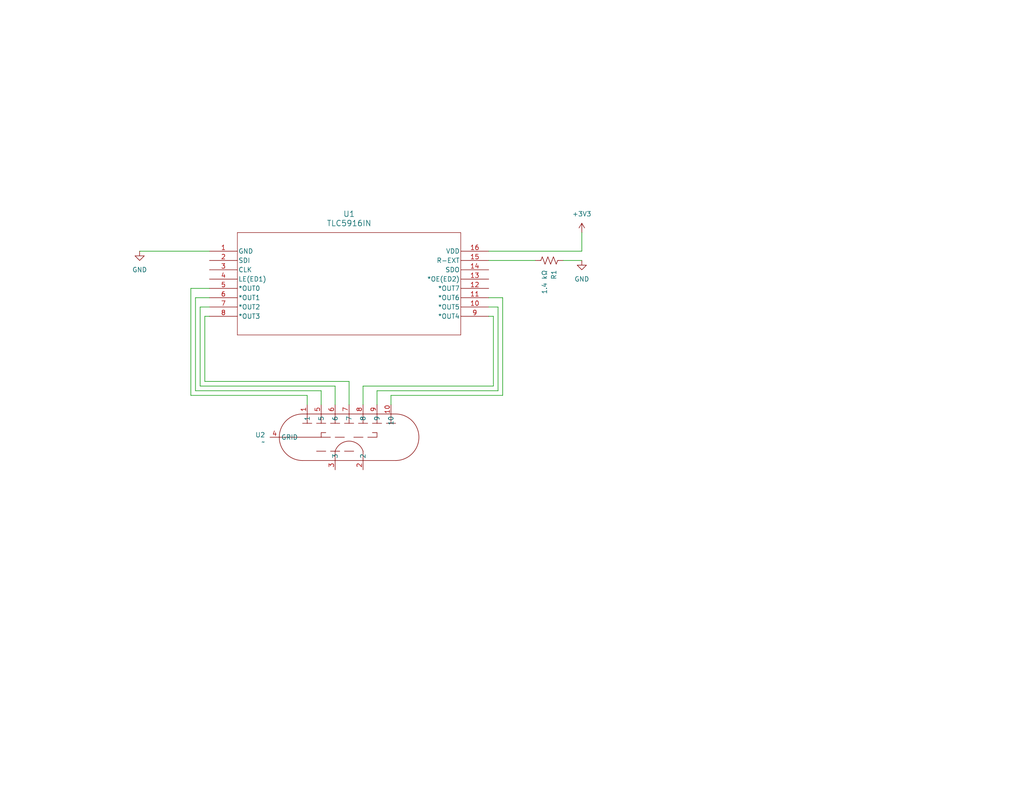
<source format=kicad_sch>
(kicad_sch (version 20231120) (generator "eeschema") (generator_version "8.0")
  (paper "USLetter")
  (title_block (title "NUMITRON CONTROL") (rev "0"))
  (lib_symbols
    (symbol "Device:R_US" (pin_numbers hide) (pin_names (offset 0))
      (property "Reference" "R" (at 2.54 0 90))
      (property "Value" "R_US" (at -2.54 0 90))
      (symbol "R_US_0_1"
        (polyline (pts (xy 0 -2.286) (xy 0 -2.54)))
        (polyline (pts (xy 0 2.286) (xy 0 2.54)))
        (polyline (pts (xy 0 -0.762) (xy 1.016 -1.143) (xy 0 -1.524) (xy -1.016 -1.905) (xy 0 -2.286)))
        (polyline (pts (xy 0 0.762) (xy 1.016 0.381) (xy 0 0) (xy -1.016 -0.381) (xy 0 -0.762)))
        (polyline (pts (xy 0 2.286) (xy 1.016 1.905) (xy 0 1.524) (xy -1.016 1.143) (xy 0 0.762)))
      )
      (symbol "R_US_1_1"
        (pin passive line (at 0 3.81 270) (length 1.27) (name "~") (number "1"))
        (pin passive line (at 0 -3.81 90) (length 1.27) (name "~") (number "2"))
      )
    )
    (symbol "New_Library:IV-12"
      (property "Reference" "U2" (at -22.86 0.6351 0))
      (property "Value" "~" (at -22.86 -1.27 0))
      (symbol "IV-12_0_1"
        (arc (start -12.7 6.35) (mid -19.05 0) (end -12.7 -6.35))
        (polyline (pts (xy -12.7 -6.35) (xy 12.7 -6.35)))
        (polyline (pts (xy -12.7 6.35) (xy 12.7 6.35)))
        (polyline (pts (xy -11.43 3.81) (xy -11.43 6.35)))
        (polyline (pts (xy -10.16 3.81) (xy -12.7 3.81)))
        (polyline (pts (xy -7.62 0) (xy -19.05 0)))
        (polyline (pts (xy -7.62 3.81) (xy -7.62 6.35)))
        (polyline (pts (xy -6.35 -3.81) (xy -8.89 -3.81)))
        (polyline (pts (xy -6.35 3.81) (xy -8.89 3.81)))
        (polyline (pts (xy -3.81 -3.81) (xy -3.81 -6.35)))
        (polyline (pts (xy -3.81 3.81) (xy -3.81 6.35)))
        (polyline (pts (xy -2.54 -3.81) (xy -5.08 -3.81)))
        (polyline (pts (xy -2.54 3.81) (xy -5.08 3.81)))
        (polyline (pts (xy -1.27 -3.81) (xy 1.27 -3.81)))
        (polyline (pts (xy -1.27 0) (xy -3.81 0)))
        (polyline (pts (xy -1.27 3.81) (xy 1.27 3.81)))
        (polyline (pts (xy 0 3.81) (xy 0 6.35)))
        (polyline (pts (xy 1.27 0) (xy 3.81 0)))
        (polyline (pts (xy 2.54 3.81) (xy 5.08 3.81)))
        (polyline (pts (xy 3.81 -3.81) (xy 3.81 -6.35)))
        (polyline (pts (xy 3.81 3.81) (xy 3.81 6.35)))
        (polyline (pts (xy 6.35 3.81) (xy 8.89 3.81)))
        (polyline (pts (xy 7.62 3.81) (xy 7.62 6.35)))
        (polyline (pts (xy 10.16 3.81) (xy 12.7 3.81)))
        (polyline (pts (xy 11.43 3.81) (xy 11.43 6.35)))
        (polyline (pts (xy -5.08 0) (xy -7.62 0) (xy -7.62 1.27) (xy -6.35 1.27)))
        (polyline (pts (xy 5.08 0) (xy 7.62 0) (xy 7.62 1.27) (xy 6.35 1.27)))
        (arc (start 3.81 -3.81) (mid 0 -1.0639) (end -3.81 -3.81))
        (arc (start 12.7 -6.35) (mid 19.05 0) (end 12.7 6.35))
      )
      (symbol "IV-12_1_1"
        (pin input line (at -11.43 8.89 270) (length 2.54) (name "1") (number "1"))
        (pin input line (at 11.43 8.89 270) (length 2.54) (name "10") (number "10"))
        (pin power_in line (at 3.81 -8.89 90) (length 2.54) (name "2") (number "2"))
        (pin power_in line (at -3.81 -8.89 90) (length 2.54) (name "3") (number "3"))
        (pin input line (at -21.59 0 0) (length 2.54) (name "GRID") (number "4"))
        (pin input line (at -7.62 8.89 270) (length 2.54) (name "5") (number "5"))
        (pin input line (at -3.81 8.89 270) (length 2.54) (name "6") (number "6"))
        (pin input line (at 0 8.89 270) (length 2.54) (name "7") (number "7"))
        (pin input line (at 3.81 8.89 270) (length 2.54) (name "8") (number "8"))
        (pin input line (at 7.62 8.89 270) (length 2.54) (name "9") (number "9"))
      )
    )
    (symbol "New_Library:TLC5916IN" (pin_names (offset 0.254))
      (property "Reference" "U" (at 38.1 10.16 0))
      (property "Value" "TLC5916IN" (at 38.1 7.62 0))
      (symbol "TLC5916IN_0_1"
        (polyline (pts (xy 7.62 -22.86) (xy 68.58 -22.86)) (stroke (width 0.127)))
        (polyline (pts (xy 7.62 5.08) (xy 7.62 -22.86)) (stroke (width 0.127)))
        (polyline (pts (xy 68.58 -22.86) (xy 68.58 5.08)) (stroke (width 0.127)))
        (polyline (pts (xy 68.58 5.08) (xy 7.62 5.08)) (stroke (width 0.127)))
        (pin power_in line (at 0 0 0) (length 7.62) (name "GND") (number "1"))
        (pin output line (at 76.2 -15.24 180) (length 7.62) (name "*OUT5") (number "10"))
        (pin output line (at 76.2 -12.7 180) (length 7.62) (name "*OUT6") (number "11"))
        (pin output line (at 76.2 -10.16 180) (length 7.62) (name "*OUT7") (number "12"))
        (pin output line (at 76.2 -7.62 180) (length 7.62) (name "*OE(ED2)") (number "13"))
        (pin output line (at 76.2 -5.08 180) (length 7.62) (name "SDO") (number "14"))
        (pin unspecified line (at 76.2 -2.54 180) (length 7.62) (name "R-EXT") (number "15"))
        (pin power_in line (at 76.2 0 180) (length 7.62) (name "VDD") (number "16"))
        (pin input line (at 0 -2.54 0) (length 7.62) (name "SDI") (number "2"))
        (pin input line (at 0 -5.08 0) (length 7.62) (name "CLK") (number "3"))
        (pin input line (at 0 -7.62 0) (length 7.62) (name "LE(ED1)") (number "4"))
        (pin output line (at 0 -10.16 0) (length 7.62) (name "*OUT0") (number "5"))
        (pin output line (at 0 -12.7 0) (length 7.62) (name "*OUT1") (number "6"))
        (pin output line (at 0 -15.24 0) (length 7.62) (name "*OUT2") (number "7"))
        (pin output line (at 0 -17.78 0) (length 7.62) (name "*OUT3") (number "8"))
        (pin output line (at 76.2 -17.78 180) (length 7.62) (name "*OUT4") (number "9"))
      )
    )
    (symbol "power:+3V3" (power) (pin_numbers hide) (pin_names (offset 0) hide)
      (property "Value" "+3V3" (at 0 3.556 0))
      (symbol "+3V3_0_1"
        (polyline (pts (xy -0.762 1.27) (xy 0 2.54)))
        (polyline (pts (xy 0 0) (xy 0 2.54)))
        (polyline (pts (xy 0 2.54) (xy 0.762 1.27)))
      )
      (symbol "+3V3_1_1"
        (pin power_in line (at 0 0 90) (length 0) (name "~") (number "1"))
      )
    )
    (symbol "power:GND" (power) (pin_numbers hide) (pin_names (offset 0) hide)
      (property "Value" "GND" (at 0 -3.81 0))
      (symbol "GND_0_1"
        (polyline (pts (xy 0 0) (xy 0 -1.27) (xy 1.27 -1.27) (xy 0 -2.54) (xy -1.27 -1.27) (xy 0 -1.27)))
      )
      (symbol "GND_1_1"
        (pin power_in line (at 0 0 270) (length 0) (name "~") (number "1"))
      )
    )
  )
  (wire (pts (xy 54.61 83.82) (xy 54.61 105.41)))
  (wire (pts (xy 53.34 106.68) (xy 53.34 81.28)))
  (wire (pts (xy 57.15 83.82) (xy 54.61 83.82)))
  (wire (pts (xy 57.15 68.58) (xy 38.1 68.58)))
  (wire (pts (xy 102.87 106.68) (xy 102.87 110.49)))
  (wire (pts (xy 134.62 86.36) (xy 134.62 105.41)))
  (wire (pts (xy 133.35 68.58) (xy 158.75 68.58)))
  (wire (pts (xy 137.16 81.28) (xy 133.35 81.28)))
  (wire (pts (xy 153.67 71.12) (xy 158.75 71.12)))
  (wire (pts (xy 133.35 83.82) (xy 135.89 83.82)))
  (wire (pts (xy 52.07 78.74) (xy 52.07 107.95)))
  (wire (pts (xy 106.68 110.49) (xy 106.68 107.95)))
  (wire (pts (xy 52.07 107.95) (xy 83.82 107.95)))
  (wire (pts (xy 55.88 86.36) (xy 57.15 86.36)))
  (wire (pts (xy 133.35 86.36) (xy 134.62 86.36)))
  (wire (pts (xy 106.68 107.95) (xy 137.16 107.95)))
  (wire (pts (xy 95.25 104.14) (xy 55.88 104.14)))
  (wire (pts (xy 54.61 105.41) (xy 91.44 105.41)))
  (wire (pts (xy 158.75 63.5) (xy 158.75 68.58)))
  (wire (pts (xy 55.88 104.14) (xy 55.88 86.36)))
  (wire (pts (xy 87.63 110.49) (xy 87.63 106.68)))
  (wire (pts (xy 135.89 106.68) (xy 102.87 106.68)))
  (wire (pts (xy 135.89 83.82) (xy 135.89 106.68)))
  (wire (pts (xy 134.62 105.41) (xy 99.06 105.41)))
  (wire (pts (xy 95.25 110.49) (xy 95.25 104.14)))
  (wire (pts (xy 57.15 78.74) (xy 52.07 78.74)))
  (wire (pts (xy 91.44 105.41) (xy 91.44 110.49)))
  (wire (pts (xy 87.63 106.68) (xy 53.34 106.68)))
  (wire (pts (xy 133.35 71.12) (xy 146.05 71.12)))
  (wire (pts (xy 99.06 105.41) (xy 99.06 110.49)))
  (wire (pts (xy 53.34 81.28) (xy 57.15 81.28)))
  (wire (pts (xy 137.16 107.95) (xy 137.16 81.28)))
  (wire (pts (xy 83.82 107.95) (xy 83.82 110.49)))
  (symbol (lib_id "New_Library:IV-12") (at 95.25 119.38 0) (unit 1)
    (property "Reference" "U2" (at 72.39 118.7449 0) (effects (justify right)))
    (property "Value" "~" (at 72.39 120.65 0) (effects (justify right)))
  )
  (symbol (lib_id "New_Library:TLC5916IN") (at 57.15 68.58 0) (unit 1)
    (property "Reference" "U1" (at 95.25 58.42 0) (effects (font (size 1.524 1.524))))
    (property "Value" "TLC5916IN" (at 95.25 60.96 0) (effects (font (size 1.524 1.524))))
    (property "Footprint" "N16" (effects (hide yes)))
    (property "Datasheet" "TLC5916IN" (effects (hide yes)))
  )
  (symbol (lib_id "power:+3V3") (at 158.75 63.5 0) (unit 1)
    (property "Reference" "#PWR04" (effects (hide yes)))
    (property "Value" "+3V3" (at 158.75 58.42 0))
    (property "Description" "Power symbol creates a global label with name \"+3V3\"" (effects (hide yes)))
  )
  (symbol (lib_id "Device:R_US") (at 149.86 71.12 270) (unit 1)
    (property "Reference" "R1" (at 151.1301 73.66 0) (effects (justify left)))
    (property "Value" "1.4 kΩ" (at 148.5901 73.66 0) (effects (justify left)))
    (property "Description" "Resistor, US symbol" (effects (hide yes)))
  )
  (symbol (lib_id "power:GND") (at 158.75 71.12 0) (unit 1)
    (property "Reference" "#PWR03" (effects (hide yes)))
    (property "Value" "GND" (at 158.75 76.2 0))
    (property "Description" "Power symbol creates a global label with name \"GND\" , ground" (effects (hide yes)))
  )
  (symbol (lib_id "power:GND") (at 38.1 68.58 0) (unit 1)
    (property "Reference" "#PWR05" (effects (hide yes)))
    (property "Value" "GND" (at 38.1 73.66 0))
    (property "Description" "Power symbol creates a global label with name \"GND\" , ground" (effects (hide yes)))
  )
)
</source>
